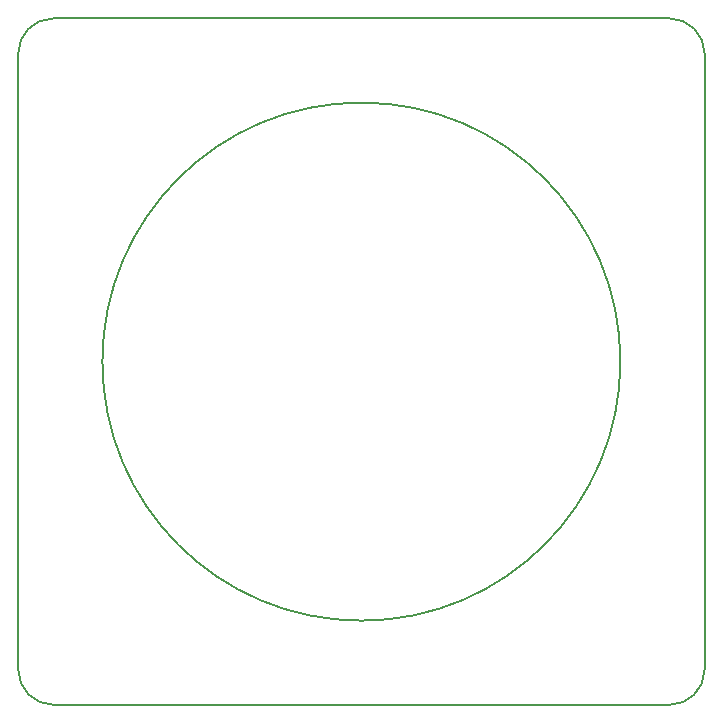
<source format=gbr>
%TF.GenerationSoftware,KiCad,Pcbnew,8.0.1*%
%TF.CreationDate,2024-05-01T12:00:13+09:00*%
%TF.ProjectId,trackpad_cover,74726163-6b70-4616-945f-636f7665722e,v1.0.0*%
%TF.SameCoordinates,Original*%
%TF.FileFunction,Profile,NP*%
%FSLAX46Y46*%
G04 Gerber Fmt 4.6, Leading zero omitted, Abs format (unit mm)*
G04 Created by KiCad (PCBNEW 8.0.1) date 2024-05-01 12:00:13*
%MOMM*%
%LPD*%
G01*
G04 APERTURE LIST*
%TA.AperFunction,Profile*%
%ADD10C,0.150000*%
%TD*%
G04 APERTURE END LIST*
D10*
X179781305Y-144395776D02*
X231911305Y-144395776D01*
X234911305Y-141395776D02*
G75*
G02*
X231911305Y-144395776I-3000000J0D01*
G01*
X234911305Y-141395776D02*
X234911305Y-89265776D01*
X231911305Y-86265776D02*
G75*
G02*
X234911305Y-89265776I0J-3000000D01*
G01*
X231911305Y-86265776D02*
X179781305Y-86265776D01*
X176781305Y-89265776D02*
G75*
G02*
X179781305Y-86265776I3000000J0D01*
G01*
X176781305Y-89265776D02*
X176781305Y-141395776D01*
X179781305Y-144395776D02*
G75*
G02*
X176781305Y-141395776I0J3000000D01*
G01*
X227776305Y-115330776D02*
G75*
G02*
X183916305Y-115330776I-21930000J0D01*
G01*
X183916305Y-115330776D02*
G75*
G02*
X227776305Y-115330776I21930000J0D01*
G01*
M02*

</source>
